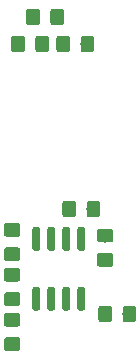
<source format=gbr>
G04 #@! TF.GenerationSoftware,KiCad,Pcbnew,(5.1.0)-1*
G04 #@! TF.CreationDate,2019-07-07T19:12:32+02:00*
G04 #@! TF.ProjectId,big_button_v1,6269675f-6275-4747-946f-6e5f76312e6b,rev?*
G04 #@! TF.SameCoordinates,Original*
G04 #@! TF.FileFunction,Paste,Bot*
G04 #@! TF.FilePolarity,Positive*
%FSLAX46Y46*%
G04 Gerber Fmt 4.6, Leading zero omitted, Abs format (unit mm)*
G04 Created by KiCad (PCBNEW (5.1.0)-1) date 2019-07-07 19:12:32*
%MOMM*%
%LPD*%
G04 APERTURE LIST*
%ADD10C,0.100000*%
%ADD11C,0.650000*%
%ADD12C,1.150000*%
G04 APERTURE END LIST*
D10*
G36*
X60122428Y-72165282D02*
G01*
X60138202Y-72167622D01*
X60153671Y-72171497D01*
X60168686Y-72176870D01*
X60183102Y-72183688D01*
X60196780Y-72191886D01*
X60209589Y-72201386D01*
X60221405Y-72212095D01*
X60232114Y-72223911D01*
X60241614Y-72236720D01*
X60249812Y-72250398D01*
X60256630Y-72264814D01*
X60262003Y-72279829D01*
X60265878Y-72295298D01*
X60268218Y-72311072D01*
X60269000Y-72327000D01*
X60269000Y-73977000D01*
X60268218Y-73992928D01*
X60265878Y-74008702D01*
X60262003Y-74024171D01*
X60256630Y-74039186D01*
X60249812Y-74053602D01*
X60241614Y-74067280D01*
X60232114Y-74080089D01*
X60221405Y-74091905D01*
X60209589Y-74102614D01*
X60196780Y-74112114D01*
X60183102Y-74120312D01*
X60168686Y-74127130D01*
X60153671Y-74132503D01*
X60138202Y-74136378D01*
X60122428Y-74138718D01*
X60106500Y-74139500D01*
X59781500Y-74139500D01*
X59765572Y-74138718D01*
X59749798Y-74136378D01*
X59734329Y-74132503D01*
X59719314Y-74127130D01*
X59704898Y-74120312D01*
X59691220Y-74112114D01*
X59678411Y-74102614D01*
X59666595Y-74091905D01*
X59655886Y-74080089D01*
X59646386Y-74067280D01*
X59638188Y-74053602D01*
X59631370Y-74039186D01*
X59625997Y-74024171D01*
X59622122Y-74008702D01*
X59619782Y-73992928D01*
X59619000Y-73977000D01*
X59619000Y-72327000D01*
X59619782Y-72311072D01*
X59622122Y-72295298D01*
X59625997Y-72279829D01*
X59631370Y-72264814D01*
X59638188Y-72250398D01*
X59646386Y-72236720D01*
X59655886Y-72223911D01*
X59666595Y-72212095D01*
X59678411Y-72201386D01*
X59691220Y-72191886D01*
X59704898Y-72183688D01*
X59719314Y-72176870D01*
X59734329Y-72171497D01*
X59749798Y-72167622D01*
X59765572Y-72165282D01*
X59781500Y-72164500D01*
X60106500Y-72164500D01*
X60122428Y-72165282D01*
X60122428Y-72165282D01*
G37*
D11*
X59944000Y-73152000D03*
D10*
G36*
X58852428Y-72165282D02*
G01*
X58868202Y-72167622D01*
X58883671Y-72171497D01*
X58898686Y-72176870D01*
X58913102Y-72183688D01*
X58926780Y-72191886D01*
X58939589Y-72201386D01*
X58951405Y-72212095D01*
X58962114Y-72223911D01*
X58971614Y-72236720D01*
X58979812Y-72250398D01*
X58986630Y-72264814D01*
X58992003Y-72279829D01*
X58995878Y-72295298D01*
X58998218Y-72311072D01*
X58999000Y-72327000D01*
X58999000Y-73977000D01*
X58998218Y-73992928D01*
X58995878Y-74008702D01*
X58992003Y-74024171D01*
X58986630Y-74039186D01*
X58979812Y-74053602D01*
X58971614Y-74067280D01*
X58962114Y-74080089D01*
X58951405Y-74091905D01*
X58939589Y-74102614D01*
X58926780Y-74112114D01*
X58913102Y-74120312D01*
X58898686Y-74127130D01*
X58883671Y-74132503D01*
X58868202Y-74136378D01*
X58852428Y-74138718D01*
X58836500Y-74139500D01*
X58511500Y-74139500D01*
X58495572Y-74138718D01*
X58479798Y-74136378D01*
X58464329Y-74132503D01*
X58449314Y-74127130D01*
X58434898Y-74120312D01*
X58421220Y-74112114D01*
X58408411Y-74102614D01*
X58396595Y-74091905D01*
X58385886Y-74080089D01*
X58376386Y-74067280D01*
X58368188Y-74053602D01*
X58361370Y-74039186D01*
X58355997Y-74024171D01*
X58352122Y-74008702D01*
X58349782Y-73992928D01*
X58349000Y-73977000D01*
X58349000Y-72327000D01*
X58349782Y-72311072D01*
X58352122Y-72295298D01*
X58355997Y-72279829D01*
X58361370Y-72264814D01*
X58368188Y-72250398D01*
X58376386Y-72236720D01*
X58385886Y-72223911D01*
X58396595Y-72212095D01*
X58408411Y-72201386D01*
X58421220Y-72191886D01*
X58434898Y-72183688D01*
X58449314Y-72176870D01*
X58464329Y-72171497D01*
X58479798Y-72167622D01*
X58495572Y-72165282D01*
X58511500Y-72164500D01*
X58836500Y-72164500D01*
X58852428Y-72165282D01*
X58852428Y-72165282D01*
G37*
D11*
X58674000Y-73152000D03*
D10*
G36*
X57582428Y-72165282D02*
G01*
X57598202Y-72167622D01*
X57613671Y-72171497D01*
X57628686Y-72176870D01*
X57643102Y-72183688D01*
X57656780Y-72191886D01*
X57669589Y-72201386D01*
X57681405Y-72212095D01*
X57692114Y-72223911D01*
X57701614Y-72236720D01*
X57709812Y-72250398D01*
X57716630Y-72264814D01*
X57722003Y-72279829D01*
X57725878Y-72295298D01*
X57728218Y-72311072D01*
X57729000Y-72327000D01*
X57729000Y-73977000D01*
X57728218Y-73992928D01*
X57725878Y-74008702D01*
X57722003Y-74024171D01*
X57716630Y-74039186D01*
X57709812Y-74053602D01*
X57701614Y-74067280D01*
X57692114Y-74080089D01*
X57681405Y-74091905D01*
X57669589Y-74102614D01*
X57656780Y-74112114D01*
X57643102Y-74120312D01*
X57628686Y-74127130D01*
X57613671Y-74132503D01*
X57598202Y-74136378D01*
X57582428Y-74138718D01*
X57566500Y-74139500D01*
X57241500Y-74139500D01*
X57225572Y-74138718D01*
X57209798Y-74136378D01*
X57194329Y-74132503D01*
X57179314Y-74127130D01*
X57164898Y-74120312D01*
X57151220Y-74112114D01*
X57138411Y-74102614D01*
X57126595Y-74091905D01*
X57115886Y-74080089D01*
X57106386Y-74067280D01*
X57098188Y-74053602D01*
X57091370Y-74039186D01*
X57085997Y-74024171D01*
X57082122Y-74008702D01*
X57079782Y-73992928D01*
X57079000Y-73977000D01*
X57079000Y-72327000D01*
X57079782Y-72311072D01*
X57082122Y-72295298D01*
X57085997Y-72279829D01*
X57091370Y-72264814D01*
X57098188Y-72250398D01*
X57106386Y-72236720D01*
X57115886Y-72223911D01*
X57126595Y-72212095D01*
X57138411Y-72201386D01*
X57151220Y-72191886D01*
X57164898Y-72183688D01*
X57179314Y-72176870D01*
X57194329Y-72171497D01*
X57209798Y-72167622D01*
X57225572Y-72165282D01*
X57241500Y-72164500D01*
X57566500Y-72164500D01*
X57582428Y-72165282D01*
X57582428Y-72165282D01*
G37*
D11*
X57404000Y-73152000D03*
D10*
G36*
X56312428Y-72165282D02*
G01*
X56328202Y-72167622D01*
X56343671Y-72171497D01*
X56358686Y-72176870D01*
X56373102Y-72183688D01*
X56386780Y-72191886D01*
X56399589Y-72201386D01*
X56411405Y-72212095D01*
X56422114Y-72223911D01*
X56431614Y-72236720D01*
X56439812Y-72250398D01*
X56446630Y-72264814D01*
X56452003Y-72279829D01*
X56455878Y-72295298D01*
X56458218Y-72311072D01*
X56459000Y-72327000D01*
X56459000Y-73977000D01*
X56458218Y-73992928D01*
X56455878Y-74008702D01*
X56452003Y-74024171D01*
X56446630Y-74039186D01*
X56439812Y-74053602D01*
X56431614Y-74067280D01*
X56422114Y-74080089D01*
X56411405Y-74091905D01*
X56399589Y-74102614D01*
X56386780Y-74112114D01*
X56373102Y-74120312D01*
X56358686Y-74127130D01*
X56343671Y-74132503D01*
X56328202Y-74136378D01*
X56312428Y-74138718D01*
X56296500Y-74139500D01*
X55971500Y-74139500D01*
X55955572Y-74138718D01*
X55939798Y-74136378D01*
X55924329Y-74132503D01*
X55909314Y-74127130D01*
X55894898Y-74120312D01*
X55881220Y-74112114D01*
X55868411Y-74102614D01*
X55856595Y-74091905D01*
X55845886Y-74080089D01*
X55836386Y-74067280D01*
X55828188Y-74053602D01*
X55821370Y-74039186D01*
X55815997Y-74024171D01*
X55812122Y-74008702D01*
X55809782Y-73992928D01*
X55809000Y-73977000D01*
X55809000Y-72327000D01*
X55809782Y-72311072D01*
X55812122Y-72295298D01*
X55815997Y-72279829D01*
X55821370Y-72264814D01*
X55828188Y-72250398D01*
X55836386Y-72236720D01*
X55845886Y-72223911D01*
X55856595Y-72212095D01*
X55868411Y-72201386D01*
X55881220Y-72191886D01*
X55894898Y-72183688D01*
X55909314Y-72176870D01*
X55924329Y-72171497D01*
X55939798Y-72167622D01*
X55955572Y-72165282D01*
X55971500Y-72164500D01*
X56296500Y-72164500D01*
X56312428Y-72165282D01*
X56312428Y-72165282D01*
G37*
D11*
X56134000Y-73152000D03*
D10*
G36*
X56312428Y-77240282D02*
G01*
X56328202Y-77242622D01*
X56343671Y-77246497D01*
X56358686Y-77251870D01*
X56373102Y-77258688D01*
X56386780Y-77266886D01*
X56399589Y-77276386D01*
X56411405Y-77287095D01*
X56422114Y-77298911D01*
X56431614Y-77311720D01*
X56439812Y-77325398D01*
X56446630Y-77339814D01*
X56452003Y-77354829D01*
X56455878Y-77370298D01*
X56458218Y-77386072D01*
X56459000Y-77402000D01*
X56459000Y-79052000D01*
X56458218Y-79067928D01*
X56455878Y-79083702D01*
X56452003Y-79099171D01*
X56446630Y-79114186D01*
X56439812Y-79128602D01*
X56431614Y-79142280D01*
X56422114Y-79155089D01*
X56411405Y-79166905D01*
X56399589Y-79177614D01*
X56386780Y-79187114D01*
X56373102Y-79195312D01*
X56358686Y-79202130D01*
X56343671Y-79207503D01*
X56328202Y-79211378D01*
X56312428Y-79213718D01*
X56296500Y-79214500D01*
X55971500Y-79214500D01*
X55955572Y-79213718D01*
X55939798Y-79211378D01*
X55924329Y-79207503D01*
X55909314Y-79202130D01*
X55894898Y-79195312D01*
X55881220Y-79187114D01*
X55868411Y-79177614D01*
X55856595Y-79166905D01*
X55845886Y-79155089D01*
X55836386Y-79142280D01*
X55828188Y-79128602D01*
X55821370Y-79114186D01*
X55815997Y-79099171D01*
X55812122Y-79083702D01*
X55809782Y-79067928D01*
X55809000Y-79052000D01*
X55809000Y-77402000D01*
X55809782Y-77386072D01*
X55812122Y-77370298D01*
X55815997Y-77354829D01*
X55821370Y-77339814D01*
X55828188Y-77325398D01*
X55836386Y-77311720D01*
X55845886Y-77298911D01*
X55856595Y-77287095D01*
X55868411Y-77276386D01*
X55881220Y-77266886D01*
X55894898Y-77258688D01*
X55909314Y-77251870D01*
X55924329Y-77246497D01*
X55939798Y-77242622D01*
X55955572Y-77240282D01*
X55971500Y-77239500D01*
X56296500Y-77239500D01*
X56312428Y-77240282D01*
X56312428Y-77240282D01*
G37*
D11*
X56134000Y-78227000D03*
D10*
G36*
X57582428Y-77240282D02*
G01*
X57598202Y-77242622D01*
X57613671Y-77246497D01*
X57628686Y-77251870D01*
X57643102Y-77258688D01*
X57656780Y-77266886D01*
X57669589Y-77276386D01*
X57681405Y-77287095D01*
X57692114Y-77298911D01*
X57701614Y-77311720D01*
X57709812Y-77325398D01*
X57716630Y-77339814D01*
X57722003Y-77354829D01*
X57725878Y-77370298D01*
X57728218Y-77386072D01*
X57729000Y-77402000D01*
X57729000Y-79052000D01*
X57728218Y-79067928D01*
X57725878Y-79083702D01*
X57722003Y-79099171D01*
X57716630Y-79114186D01*
X57709812Y-79128602D01*
X57701614Y-79142280D01*
X57692114Y-79155089D01*
X57681405Y-79166905D01*
X57669589Y-79177614D01*
X57656780Y-79187114D01*
X57643102Y-79195312D01*
X57628686Y-79202130D01*
X57613671Y-79207503D01*
X57598202Y-79211378D01*
X57582428Y-79213718D01*
X57566500Y-79214500D01*
X57241500Y-79214500D01*
X57225572Y-79213718D01*
X57209798Y-79211378D01*
X57194329Y-79207503D01*
X57179314Y-79202130D01*
X57164898Y-79195312D01*
X57151220Y-79187114D01*
X57138411Y-79177614D01*
X57126595Y-79166905D01*
X57115886Y-79155089D01*
X57106386Y-79142280D01*
X57098188Y-79128602D01*
X57091370Y-79114186D01*
X57085997Y-79099171D01*
X57082122Y-79083702D01*
X57079782Y-79067928D01*
X57079000Y-79052000D01*
X57079000Y-77402000D01*
X57079782Y-77386072D01*
X57082122Y-77370298D01*
X57085997Y-77354829D01*
X57091370Y-77339814D01*
X57098188Y-77325398D01*
X57106386Y-77311720D01*
X57115886Y-77298911D01*
X57126595Y-77287095D01*
X57138411Y-77276386D01*
X57151220Y-77266886D01*
X57164898Y-77258688D01*
X57179314Y-77251870D01*
X57194329Y-77246497D01*
X57209798Y-77242622D01*
X57225572Y-77240282D01*
X57241500Y-77239500D01*
X57566500Y-77239500D01*
X57582428Y-77240282D01*
X57582428Y-77240282D01*
G37*
D11*
X57404000Y-78227000D03*
D10*
G36*
X58852428Y-77240282D02*
G01*
X58868202Y-77242622D01*
X58883671Y-77246497D01*
X58898686Y-77251870D01*
X58913102Y-77258688D01*
X58926780Y-77266886D01*
X58939589Y-77276386D01*
X58951405Y-77287095D01*
X58962114Y-77298911D01*
X58971614Y-77311720D01*
X58979812Y-77325398D01*
X58986630Y-77339814D01*
X58992003Y-77354829D01*
X58995878Y-77370298D01*
X58998218Y-77386072D01*
X58999000Y-77402000D01*
X58999000Y-79052000D01*
X58998218Y-79067928D01*
X58995878Y-79083702D01*
X58992003Y-79099171D01*
X58986630Y-79114186D01*
X58979812Y-79128602D01*
X58971614Y-79142280D01*
X58962114Y-79155089D01*
X58951405Y-79166905D01*
X58939589Y-79177614D01*
X58926780Y-79187114D01*
X58913102Y-79195312D01*
X58898686Y-79202130D01*
X58883671Y-79207503D01*
X58868202Y-79211378D01*
X58852428Y-79213718D01*
X58836500Y-79214500D01*
X58511500Y-79214500D01*
X58495572Y-79213718D01*
X58479798Y-79211378D01*
X58464329Y-79207503D01*
X58449314Y-79202130D01*
X58434898Y-79195312D01*
X58421220Y-79187114D01*
X58408411Y-79177614D01*
X58396595Y-79166905D01*
X58385886Y-79155089D01*
X58376386Y-79142280D01*
X58368188Y-79128602D01*
X58361370Y-79114186D01*
X58355997Y-79099171D01*
X58352122Y-79083702D01*
X58349782Y-79067928D01*
X58349000Y-79052000D01*
X58349000Y-77402000D01*
X58349782Y-77386072D01*
X58352122Y-77370298D01*
X58355997Y-77354829D01*
X58361370Y-77339814D01*
X58368188Y-77325398D01*
X58376386Y-77311720D01*
X58385886Y-77298911D01*
X58396595Y-77287095D01*
X58408411Y-77276386D01*
X58421220Y-77266886D01*
X58434898Y-77258688D01*
X58449314Y-77251870D01*
X58464329Y-77246497D01*
X58479798Y-77242622D01*
X58495572Y-77240282D01*
X58511500Y-77239500D01*
X58836500Y-77239500D01*
X58852428Y-77240282D01*
X58852428Y-77240282D01*
G37*
D11*
X58674000Y-78227000D03*
D10*
G36*
X60122428Y-77240282D02*
G01*
X60138202Y-77242622D01*
X60153671Y-77246497D01*
X60168686Y-77251870D01*
X60183102Y-77258688D01*
X60196780Y-77266886D01*
X60209589Y-77276386D01*
X60221405Y-77287095D01*
X60232114Y-77298911D01*
X60241614Y-77311720D01*
X60249812Y-77325398D01*
X60256630Y-77339814D01*
X60262003Y-77354829D01*
X60265878Y-77370298D01*
X60268218Y-77386072D01*
X60269000Y-77402000D01*
X60269000Y-79052000D01*
X60268218Y-79067928D01*
X60265878Y-79083702D01*
X60262003Y-79099171D01*
X60256630Y-79114186D01*
X60249812Y-79128602D01*
X60241614Y-79142280D01*
X60232114Y-79155089D01*
X60221405Y-79166905D01*
X60209589Y-79177614D01*
X60196780Y-79187114D01*
X60183102Y-79195312D01*
X60168686Y-79202130D01*
X60153671Y-79207503D01*
X60138202Y-79211378D01*
X60122428Y-79213718D01*
X60106500Y-79214500D01*
X59781500Y-79214500D01*
X59765572Y-79213718D01*
X59749798Y-79211378D01*
X59734329Y-79207503D01*
X59719314Y-79202130D01*
X59704898Y-79195312D01*
X59691220Y-79187114D01*
X59678411Y-79177614D01*
X59666595Y-79166905D01*
X59655886Y-79155089D01*
X59646386Y-79142280D01*
X59638188Y-79128602D01*
X59631370Y-79114186D01*
X59625997Y-79099171D01*
X59622122Y-79083702D01*
X59619782Y-79067928D01*
X59619000Y-79052000D01*
X59619000Y-77402000D01*
X59619782Y-77386072D01*
X59622122Y-77370298D01*
X59625997Y-77354829D01*
X59631370Y-77339814D01*
X59638188Y-77325398D01*
X59646386Y-77311720D01*
X59655886Y-77298911D01*
X59666595Y-77287095D01*
X59678411Y-77276386D01*
X59691220Y-77266886D01*
X59704898Y-77258688D01*
X59719314Y-77251870D01*
X59734329Y-77246497D01*
X59749798Y-77242622D01*
X59765572Y-77240282D01*
X59781500Y-77239500D01*
X60106500Y-77239500D01*
X60122428Y-77240282D01*
X60122428Y-77240282D01*
G37*
D11*
X59944000Y-78227000D03*
D10*
G36*
X59268505Y-69913204D02*
G01*
X59292773Y-69916804D01*
X59316572Y-69922765D01*
X59339671Y-69931030D01*
X59361850Y-69941520D01*
X59382893Y-69954132D01*
X59402599Y-69968747D01*
X59420777Y-69985223D01*
X59437253Y-70003401D01*
X59451868Y-70023107D01*
X59464480Y-70044150D01*
X59474970Y-70066329D01*
X59483235Y-70089428D01*
X59489196Y-70113227D01*
X59492796Y-70137495D01*
X59494000Y-70161999D01*
X59494000Y-71062001D01*
X59492796Y-71086505D01*
X59489196Y-71110773D01*
X59483235Y-71134572D01*
X59474970Y-71157671D01*
X59464480Y-71179850D01*
X59451868Y-71200893D01*
X59437253Y-71220599D01*
X59420777Y-71238777D01*
X59402599Y-71255253D01*
X59382893Y-71269868D01*
X59361850Y-71282480D01*
X59339671Y-71292970D01*
X59316572Y-71301235D01*
X59292773Y-71307196D01*
X59268505Y-71310796D01*
X59244001Y-71312000D01*
X58593999Y-71312000D01*
X58569495Y-71310796D01*
X58545227Y-71307196D01*
X58521428Y-71301235D01*
X58498329Y-71292970D01*
X58476150Y-71282480D01*
X58455107Y-71269868D01*
X58435401Y-71255253D01*
X58417223Y-71238777D01*
X58400747Y-71220599D01*
X58386132Y-71200893D01*
X58373520Y-71179850D01*
X58363030Y-71157671D01*
X58354765Y-71134572D01*
X58348804Y-71110773D01*
X58345204Y-71086505D01*
X58344000Y-71062001D01*
X58344000Y-70161999D01*
X58345204Y-70137495D01*
X58348804Y-70113227D01*
X58354765Y-70089428D01*
X58363030Y-70066329D01*
X58373520Y-70044150D01*
X58386132Y-70023107D01*
X58400747Y-70003401D01*
X58417223Y-69985223D01*
X58435401Y-69968747D01*
X58455107Y-69954132D01*
X58476150Y-69941520D01*
X58498329Y-69931030D01*
X58521428Y-69922765D01*
X58545227Y-69916804D01*
X58569495Y-69913204D01*
X58593999Y-69912000D01*
X59244001Y-69912000D01*
X59268505Y-69913204D01*
X59268505Y-69913204D01*
G37*
D12*
X58919000Y-70612000D03*
D10*
G36*
X61318505Y-69913204D02*
G01*
X61342773Y-69916804D01*
X61366572Y-69922765D01*
X61389671Y-69931030D01*
X61411850Y-69941520D01*
X61432893Y-69954132D01*
X61452599Y-69968747D01*
X61470777Y-69985223D01*
X61487253Y-70003401D01*
X61501868Y-70023107D01*
X61514480Y-70044150D01*
X61524970Y-70066329D01*
X61533235Y-70089428D01*
X61539196Y-70113227D01*
X61542796Y-70137495D01*
X61544000Y-70161999D01*
X61544000Y-71062001D01*
X61542796Y-71086505D01*
X61539196Y-71110773D01*
X61533235Y-71134572D01*
X61524970Y-71157671D01*
X61514480Y-71179850D01*
X61501868Y-71200893D01*
X61487253Y-71220599D01*
X61470777Y-71238777D01*
X61452599Y-71255253D01*
X61432893Y-71269868D01*
X61411850Y-71282480D01*
X61389671Y-71292970D01*
X61366572Y-71301235D01*
X61342773Y-71307196D01*
X61318505Y-71310796D01*
X61294001Y-71312000D01*
X60643999Y-71312000D01*
X60619495Y-71310796D01*
X60595227Y-71307196D01*
X60571428Y-71301235D01*
X60548329Y-71292970D01*
X60526150Y-71282480D01*
X60505107Y-71269868D01*
X60485401Y-71255253D01*
X60467223Y-71238777D01*
X60450747Y-71220599D01*
X60436132Y-71200893D01*
X60423520Y-71179850D01*
X60413030Y-71157671D01*
X60404765Y-71134572D01*
X60398804Y-71110773D01*
X60395204Y-71086505D01*
X60394000Y-71062001D01*
X60394000Y-70161999D01*
X60395204Y-70137495D01*
X60398804Y-70113227D01*
X60404765Y-70089428D01*
X60413030Y-70066329D01*
X60423520Y-70044150D01*
X60436132Y-70023107D01*
X60450747Y-70003401D01*
X60467223Y-69985223D01*
X60485401Y-69968747D01*
X60505107Y-69954132D01*
X60526150Y-69941520D01*
X60548329Y-69931030D01*
X60571428Y-69922765D01*
X60595227Y-69916804D01*
X60619495Y-69913204D01*
X60643999Y-69912000D01*
X61294001Y-69912000D01*
X61318505Y-69913204D01*
X61318505Y-69913204D01*
G37*
D12*
X60969000Y-70612000D03*
D10*
G36*
X62325505Y-78803204D02*
G01*
X62349773Y-78806804D01*
X62373572Y-78812765D01*
X62396671Y-78821030D01*
X62418850Y-78831520D01*
X62439893Y-78844132D01*
X62459599Y-78858747D01*
X62477777Y-78875223D01*
X62494253Y-78893401D01*
X62508868Y-78913107D01*
X62521480Y-78934150D01*
X62531970Y-78956329D01*
X62540235Y-78979428D01*
X62546196Y-79003227D01*
X62549796Y-79027495D01*
X62551000Y-79051999D01*
X62551000Y-79952001D01*
X62549796Y-79976505D01*
X62546196Y-80000773D01*
X62540235Y-80024572D01*
X62531970Y-80047671D01*
X62521480Y-80069850D01*
X62508868Y-80090893D01*
X62494253Y-80110599D01*
X62477777Y-80128777D01*
X62459599Y-80145253D01*
X62439893Y-80159868D01*
X62418850Y-80172480D01*
X62396671Y-80182970D01*
X62373572Y-80191235D01*
X62349773Y-80197196D01*
X62325505Y-80200796D01*
X62301001Y-80202000D01*
X61650999Y-80202000D01*
X61626495Y-80200796D01*
X61602227Y-80197196D01*
X61578428Y-80191235D01*
X61555329Y-80182970D01*
X61533150Y-80172480D01*
X61512107Y-80159868D01*
X61492401Y-80145253D01*
X61474223Y-80128777D01*
X61457747Y-80110599D01*
X61443132Y-80090893D01*
X61430520Y-80069850D01*
X61420030Y-80047671D01*
X61411765Y-80024572D01*
X61405804Y-80000773D01*
X61402204Y-79976505D01*
X61401000Y-79952001D01*
X61401000Y-79051999D01*
X61402204Y-79027495D01*
X61405804Y-79003227D01*
X61411765Y-78979428D01*
X61420030Y-78956329D01*
X61430520Y-78934150D01*
X61443132Y-78913107D01*
X61457747Y-78893401D01*
X61474223Y-78875223D01*
X61492401Y-78858747D01*
X61512107Y-78844132D01*
X61533150Y-78831520D01*
X61555329Y-78821030D01*
X61578428Y-78812765D01*
X61602227Y-78806804D01*
X61626495Y-78803204D01*
X61650999Y-78802000D01*
X62301001Y-78802000D01*
X62325505Y-78803204D01*
X62325505Y-78803204D01*
G37*
D12*
X61976000Y-79502000D03*
D10*
G36*
X64375505Y-78803204D02*
G01*
X64399773Y-78806804D01*
X64423572Y-78812765D01*
X64446671Y-78821030D01*
X64468850Y-78831520D01*
X64489893Y-78844132D01*
X64509599Y-78858747D01*
X64527777Y-78875223D01*
X64544253Y-78893401D01*
X64558868Y-78913107D01*
X64571480Y-78934150D01*
X64581970Y-78956329D01*
X64590235Y-78979428D01*
X64596196Y-79003227D01*
X64599796Y-79027495D01*
X64601000Y-79051999D01*
X64601000Y-79952001D01*
X64599796Y-79976505D01*
X64596196Y-80000773D01*
X64590235Y-80024572D01*
X64581970Y-80047671D01*
X64571480Y-80069850D01*
X64558868Y-80090893D01*
X64544253Y-80110599D01*
X64527777Y-80128777D01*
X64509599Y-80145253D01*
X64489893Y-80159868D01*
X64468850Y-80172480D01*
X64446671Y-80182970D01*
X64423572Y-80191235D01*
X64399773Y-80197196D01*
X64375505Y-80200796D01*
X64351001Y-80202000D01*
X63700999Y-80202000D01*
X63676495Y-80200796D01*
X63652227Y-80197196D01*
X63628428Y-80191235D01*
X63605329Y-80182970D01*
X63583150Y-80172480D01*
X63562107Y-80159868D01*
X63542401Y-80145253D01*
X63524223Y-80128777D01*
X63507747Y-80110599D01*
X63493132Y-80090893D01*
X63480520Y-80069850D01*
X63470030Y-80047671D01*
X63461765Y-80024572D01*
X63455804Y-80000773D01*
X63452204Y-79976505D01*
X63451000Y-79952001D01*
X63451000Y-79051999D01*
X63452204Y-79027495D01*
X63455804Y-79003227D01*
X63461765Y-78979428D01*
X63470030Y-78956329D01*
X63480520Y-78934150D01*
X63493132Y-78913107D01*
X63507747Y-78893401D01*
X63524223Y-78875223D01*
X63542401Y-78858747D01*
X63562107Y-78844132D01*
X63583150Y-78831520D01*
X63605329Y-78821030D01*
X63628428Y-78812765D01*
X63652227Y-78806804D01*
X63676495Y-78803204D01*
X63700999Y-78802000D01*
X64351001Y-78802000D01*
X64375505Y-78803204D01*
X64375505Y-78803204D01*
G37*
D12*
X64026000Y-79502000D03*
D10*
G36*
X54576505Y-71816204D02*
G01*
X54600773Y-71819804D01*
X54624572Y-71825765D01*
X54647671Y-71834030D01*
X54669850Y-71844520D01*
X54690893Y-71857132D01*
X54710599Y-71871747D01*
X54728777Y-71888223D01*
X54745253Y-71906401D01*
X54759868Y-71926107D01*
X54772480Y-71947150D01*
X54782970Y-71969329D01*
X54791235Y-71992428D01*
X54797196Y-72016227D01*
X54800796Y-72040495D01*
X54802000Y-72064999D01*
X54802000Y-72715001D01*
X54800796Y-72739505D01*
X54797196Y-72763773D01*
X54791235Y-72787572D01*
X54782970Y-72810671D01*
X54772480Y-72832850D01*
X54759868Y-72853893D01*
X54745253Y-72873599D01*
X54728777Y-72891777D01*
X54710599Y-72908253D01*
X54690893Y-72922868D01*
X54669850Y-72935480D01*
X54647671Y-72945970D01*
X54624572Y-72954235D01*
X54600773Y-72960196D01*
X54576505Y-72963796D01*
X54552001Y-72965000D01*
X53651999Y-72965000D01*
X53627495Y-72963796D01*
X53603227Y-72960196D01*
X53579428Y-72954235D01*
X53556329Y-72945970D01*
X53534150Y-72935480D01*
X53513107Y-72922868D01*
X53493401Y-72908253D01*
X53475223Y-72891777D01*
X53458747Y-72873599D01*
X53444132Y-72853893D01*
X53431520Y-72832850D01*
X53421030Y-72810671D01*
X53412765Y-72787572D01*
X53406804Y-72763773D01*
X53403204Y-72739505D01*
X53402000Y-72715001D01*
X53402000Y-72064999D01*
X53403204Y-72040495D01*
X53406804Y-72016227D01*
X53412765Y-71992428D01*
X53421030Y-71969329D01*
X53431520Y-71947150D01*
X53444132Y-71926107D01*
X53458747Y-71906401D01*
X53475223Y-71888223D01*
X53493401Y-71871747D01*
X53513107Y-71857132D01*
X53534150Y-71844520D01*
X53556329Y-71834030D01*
X53579428Y-71825765D01*
X53603227Y-71819804D01*
X53627495Y-71816204D01*
X53651999Y-71815000D01*
X54552001Y-71815000D01*
X54576505Y-71816204D01*
X54576505Y-71816204D01*
G37*
D12*
X54102000Y-72390000D03*
D10*
G36*
X54576505Y-73866204D02*
G01*
X54600773Y-73869804D01*
X54624572Y-73875765D01*
X54647671Y-73884030D01*
X54669850Y-73894520D01*
X54690893Y-73907132D01*
X54710599Y-73921747D01*
X54728777Y-73938223D01*
X54745253Y-73956401D01*
X54759868Y-73976107D01*
X54772480Y-73997150D01*
X54782970Y-74019329D01*
X54791235Y-74042428D01*
X54797196Y-74066227D01*
X54800796Y-74090495D01*
X54802000Y-74114999D01*
X54802000Y-74765001D01*
X54800796Y-74789505D01*
X54797196Y-74813773D01*
X54791235Y-74837572D01*
X54782970Y-74860671D01*
X54772480Y-74882850D01*
X54759868Y-74903893D01*
X54745253Y-74923599D01*
X54728777Y-74941777D01*
X54710599Y-74958253D01*
X54690893Y-74972868D01*
X54669850Y-74985480D01*
X54647671Y-74995970D01*
X54624572Y-75004235D01*
X54600773Y-75010196D01*
X54576505Y-75013796D01*
X54552001Y-75015000D01*
X53651999Y-75015000D01*
X53627495Y-75013796D01*
X53603227Y-75010196D01*
X53579428Y-75004235D01*
X53556329Y-74995970D01*
X53534150Y-74985480D01*
X53513107Y-74972868D01*
X53493401Y-74958253D01*
X53475223Y-74941777D01*
X53458747Y-74923599D01*
X53444132Y-74903893D01*
X53431520Y-74882850D01*
X53421030Y-74860671D01*
X53412765Y-74837572D01*
X53406804Y-74813773D01*
X53403204Y-74789505D01*
X53402000Y-74765001D01*
X53402000Y-74114999D01*
X53403204Y-74090495D01*
X53406804Y-74066227D01*
X53412765Y-74042428D01*
X53421030Y-74019329D01*
X53431520Y-73997150D01*
X53444132Y-73976107D01*
X53458747Y-73956401D01*
X53475223Y-73938223D01*
X53493401Y-73921747D01*
X53513107Y-73907132D01*
X53534150Y-73894520D01*
X53556329Y-73884030D01*
X53579428Y-73875765D01*
X53603227Y-73869804D01*
X53627495Y-73866204D01*
X53651999Y-73865000D01*
X54552001Y-73865000D01*
X54576505Y-73866204D01*
X54576505Y-73866204D01*
G37*
D12*
X54102000Y-74440000D03*
D10*
G36*
X54576505Y-75617204D02*
G01*
X54600773Y-75620804D01*
X54624572Y-75626765D01*
X54647671Y-75635030D01*
X54669850Y-75645520D01*
X54690893Y-75658132D01*
X54710599Y-75672747D01*
X54728777Y-75689223D01*
X54745253Y-75707401D01*
X54759868Y-75727107D01*
X54772480Y-75748150D01*
X54782970Y-75770329D01*
X54791235Y-75793428D01*
X54797196Y-75817227D01*
X54800796Y-75841495D01*
X54802000Y-75865999D01*
X54802000Y-76516001D01*
X54800796Y-76540505D01*
X54797196Y-76564773D01*
X54791235Y-76588572D01*
X54782970Y-76611671D01*
X54772480Y-76633850D01*
X54759868Y-76654893D01*
X54745253Y-76674599D01*
X54728777Y-76692777D01*
X54710599Y-76709253D01*
X54690893Y-76723868D01*
X54669850Y-76736480D01*
X54647671Y-76746970D01*
X54624572Y-76755235D01*
X54600773Y-76761196D01*
X54576505Y-76764796D01*
X54552001Y-76766000D01*
X53651999Y-76766000D01*
X53627495Y-76764796D01*
X53603227Y-76761196D01*
X53579428Y-76755235D01*
X53556329Y-76746970D01*
X53534150Y-76736480D01*
X53513107Y-76723868D01*
X53493401Y-76709253D01*
X53475223Y-76692777D01*
X53458747Y-76674599D01*
X53444132Y-76654893D01*
X53431520Y-76633850D01*
X53421030Y-76611671D01*
X53412765Y-76588572D01*
X53406804Y-76564773D01*
X53403204Y-76540505D01*
X53402000Y-76516001D01*
X53402000Y-75865999D01*
X53403204Y-75841495D01*
X53406804Y-75817227D01*
X53412765Y-75793428D01*
X53421030Y-75770329D01*
X53431520Y-75748150D01*
X53444132Y-75727107D01*
X53458747Y-75707401D01*
X53475223Y-75689223D01*
X53493401Y-75672747D01*
X53513107Y-75658132D01*
X53534150Y-75645520D01*
X53556329Y-75635030D01*
X53579428Y-75626765D01*
X53603227Y-75620804D01*
X53627495Y-75617204D01*
X53651999Y-75616000D01*
X54552001Y-75616000D01*
X54576505Y-75617204D01*
X54576505Y-75617204D01*
G37*
D12*
X54102000Y-76191000D03*
D10*
G36*
X54576505Y-77667204D02*
G01*
X54600773Y-77670804D01*
X54624572Y-77676765D01*
X54647671Y-77685030D01*
X54669850Y-77695520D01*
X54690893Y-77708132D01*
X54710599Y-77722747D01*
X54728777Y-77739223D01*
X54745253Y-77757401D01*
X54759868Y-77777107D01*
X54772480Y-77798150D01*
X54782970Y-77820329D01*
X54791235Y-77843428D01*
X54797196Y-77867227D01*
X54800796Y-77891495D01*
X54802000Y-77915999D01*
X54802000Y-78566001D01*
X54800796Y-78590505D01*
X54797196Y-78614773D01*
X54791235Y-78638572D01*
X54782970Y-78661671D01*
X54772480Y-78683850D01*
X54759868Y-78704893D01*
X54745253Y-78724599D01*
X54728777Y-78742777D01*
X54710599Y-78759253D01*
X54690893Y-78773868D01*
X54669850Y-78786480D01*
X54647671Y-78796970D01*
X54624572Y-78805235D01*
X54600773Y-78811196D01*
X54576505Y-78814796D01*
X54552001Y-78816000D01*
X53651999Y-78816000D01*
X53627495Y-78814796D01*
X53603227Y-78811196D01*
X53579428Y-78805235D01*
X53556329Y-78796970D01*
X53534150Y-78786480D01*
X53513107Y-78773868D01*
X53493401Y-78759253D01*
X53475223Y-78742777D01*
X53458747Y-78724599D01*
X53444132Y-78704893D01*
X53431520Y-78683850D01*
X53421030Y-78661671D01*
X53412765Y-78638572D01*
X53406804Y-78614773D01*
X53403204Y-78590505D01*
X53402000Y-78566001D01*
X53402000Y-77915999D01*
X53403204Y-77891495D01*
X53406804Y-77867227D01*
X53412765Y-77843428D01*
X53421030Y-77820329D01*
X53431520Y-77798150D01*
X53444132Y-77777107D01*
X53458747Y-77757401D01*
X53475223Y-77739223D01*
X53493401Y-77722747D01*
X53513107Y-77708132D01*
X53534150Y-77695520D01*
X53556329Y-77685030D01*
X53579428Y-77676765D01*
X53603227Y-77670804D01*
X53627495Y-77667204D01*
X53651999Y-77666000D01*
X54552001Y-77666000D01*
X54576505Y-77667204D01*
X54576505Y-77667204D01*
G37*
D12*
X54102000Y-78241000D03*
D10*
G36*
X54576505Y-79427204D02*
G01*
X54600773Y-79430804D01*
X54624572Y-79436765D01*
X54647671Y-79445030D01*
X54669850Y-79455520D01*
X54690893Y-79468132D01*
X54710599Y-79482747D01*
X54728777Y-79499223D01*
X54745253Y-79517401D01*
X54759868Y-79537107D01*
X54772480Y-79558150D01*
X54782970Y-79580329D01*
X54791235Y-79603428D01*
X54797196Y-79627227D01*
X54800796Y-79651495D01*
X54802000Y-79675999D01*
X54802000Y-80326001D01*
X54800796Y-80350505D01*
X54797196Y-80374773D01*
X54791235Y-80398572D01*
X54782970Y-80421671D01*
X54772480Y-80443850D01*
X54759868Y-80464893D01*
X54745253Y-80484599D01*
X54728777Y-80502777D01*
X54710599Y-80519253D01*
X54690893Y-80533868D01*
X54669850Y-80546480D01*
X54647671Y-80556970D01*
X54624572Y-80565235D01*
X54600773Y-80571196D01*
X54576505Y-80574796D01*
X54552001Y-80576000D01*
X53651999Y-80576000D01*
X53627495Y-80574796D01*
X53603227Y-80571196D01*
X53579428Y-80565235D01*
X53556329Y-80556970D01*
X53534150Y-80546480D01*
X53513107Y-80533868D01*
X53493401Y-80519253D01*
X53475223Y-80502777D01*
X53458747Y-80484599D01*
X53444132Y-80464893D01*
X53431520Y-80443850D01*
X53421030Y-80421671D01*
X53412765Y-80398572D01*
X53406804Y-80374773D01*
X53403204Y-80350505D01*
X53402000Y-80326001D01*
X53402000Y-79675999D01*
X53403204Y-79651495D01*
X53406804Y-79627227D01*
X53412765Y-79603428D01*
X53421030Y-79580329D01*
X53431520Y-79558150D01*
X53444132Y-79537107D01*
X53458747Y-79517401D01*
X53475223Y-79499223D01*
X53493401Y-79482747D01*
X53513107Y-79468132D01*
X53534150Y-79455520D01*
X53556329Y-79445030D01*
X53579428Y-79436765D01*
X53603227Y-79430804D01*
X53627495Y-79427204D01*
X53651999Y-79426000D01*
X54552001Y-79426000D01*
X54576505Y-79427204D01*
X54576505Y-79427204D01*
G37*
D12*
X54102000Y-80001000D03*
D10*
G36*
X54576505Y-81477204D02*
G01*
X54600773Y-81480804D01*
X54624572Y-81486765D01*
X54647671Y-81495030D01*
X54669850Y-81505520D01*
X54690893Y-81518132D01*
X54710599Y-81532747D01*
X54728777Y-81549223D01*
X54745253Y-81567401D01*
X54759868Y-81587107D01*
X54772480Y-81608150D01*
X54782970Y-81630329D01*
X54791235Y-81653428D01*
X54797196Y-81677227D01*
X54800796Y-81701495D01*
X54802000Y-81725999D01*
X54802000Y-82376001D01*
X54800796Y-82400505D01*
X54797196Y-82424773D01*
X54791235Y-82448572D01*
X54782970Y-82471671D01*
X54772480Y-82493850D01*
X54759868Y-82514893D01*
X54745253Y-82534599D01*
X54728777Y-82552777D01*
X54710599Y-82569253D01*
X54690893Y-82583868D01*
X54669850Y-82596480D01*
X54647671Y-82606970D01*
X54624572Y-82615235D01*
X54600773Y-82621196D01*
X54576505Y-82624796D01*
X54552001Y-82626000D01*
X53651999Y-82626000D01*
X53627495Y-82624796D01*
X53603227Y-82621196D01*
X53579428Y-82615235D01*
X53556329Y-82606970D01*
X53534150Y-82596480D01*
X53513107Y-82583868D01*
X53493401Y-82569253D01*
X53475223Y-82552777D01*
X53458747Y-82534599D01*
X53444132Y-82514893D01*
X53431520Y-82493850D01*
X53421030Y-82471671D01*
X53412765Y-82448572D01*
X53406804Y-82424773D01*
X53403204Y-82400505D01*
X53402000Y-82376001D01*
X53402000Y-81725999D01*
X53403204Y-81701495D01*
X53406804Y-81677227D01*
X53412765Y-81653428D01*
X53421030Y-81630329D01*
X53431520Y-81608150D01*
X53444132Y-81587107D01*
X53458747Y-81567401D01*
X53475223Y-81549223D01*
X53493401Y-81532747D01*
X53513107Y-81518132D01*
X53534150Y-81505520D01*
X53556329Y-81495030D01*
X53579428Y-81486765D01*
X53603227Y-81480804D01*
X53627495Y-81477204D01*
X53651999Y-81476000D01*
X54552001Y-81476000D01*
X54576505Y-81477204D01*
X54576505Y-81477204D01*
G37*
D12*
X54102000Y-82051000D03*
D10*
G36*
X54941505Y-55943204D02*
G01*
X54965773Y-55946804D01*
X54989572Y-55952765D01*
X55012671Y-55961030D01*
X55034850Y-55971520D01*
X55055893Y-55984132D01*
X55075599Y-55998747D01*
X55093777Y-56015223D01*
X55110253Y-56033401D01*
X55124868Y-56053107D01*
X55137480Y-56074150D01*
X55147970Y-56096329D01*
X55156235Y-56119428D01*
X55162196Y-56143227D01*
X55165796Y-56167495D01*
X55167000Y-56191999D01*
X55167000Y-57092001D01*
X55165796Y-57116505D01*
X55162196Y-57140773D01*
X55156235Y-57164572D01*
X55147970Y-57187671D01*
X55137480Y-57209850D01*
X55124868Y-57230893D01*
X55110253Y-57250599D01*
X55093777Y-57268777D01*
X55075599Y-57285253D01*
X55055893Y-57299868D01*
X55034850Y-57312480D01*
X55012671Y-57322970D01*
X54989572Y-57331235D01*
X54965773Y-57337196D01*
X54941505Y-57340796D01*
X54917001Y-57342000D01*
X54266999Y-57342000D01*
X54242495Y-57340796D01*
X54218227Y-57337196D01*
X54194428Y-57331235D01*
X54171329Y-57322970D01*
X54149150Y-57312480D01*
X54128107Y-57299868D01*
X54108401Y-57285253D01*
X54090223Y-57268777D01*
X54073747Y-57250599D01*
X54059132Y-57230893D01*
X54046520Y-57209850D01*
X54036030Y-57187671D01*
X54027765Y-57164572D01*
X54021804Y-57140773D01*
X54018204Y-57116505D01*
X54017000Y-57092001D01*
X54017000Y-56191999D01*
X54018204Y-56167495D01*
X54021804Y-56143227D01*
X54027765Y-56119428D01*
X54036030Y-56096329D01*
X54046520Y-56074150D01*
X54059132Y-56053107D01*
X54073747Y-56033401D01*
X54090223Y-56015223D01*
X54108401Y-55998747D01*
X54128107Y-55984132D01*
X54149150Y-55971520D01*
X54171329Y-55961030D01*
X54194428Y-55952765D01*
X54218227Y-55946804D01*
X54242495Y-55943204D01*
X54266999Y-55942000D01*
X54917001Y-55942000D01*
X54941505Y-55943204D01*
X54941505Y-55943204D01*
G37*
D12*
X54592000Y-56642000D03*
D10*
G36*
X56991505Y-55943204D02*
G01*
X57015773Y-55946804D01*
X57039572Y-55952765D01*
X57062671Y-55961030D01*
X57084850Y-55971520D01*
X57105893Y-55984132D01*
X57125599Y-55998747D01*
X57143777Y-56015223D01*
X57160253Y-56033401D01*
X57174868Y-56053107D01*
X57187480Y-56074150D01*
X57197970Y-56096329D01*
X57206235Y-56119428D01*
X57212196Y-56143227D01*
X57215796Y-56167495D01*
X57217000Y-56191999D01*
X57217000Y-57092001D01*
X57215796Y-57116505D01*
X57212196Y-57140773D01*
X57206235Y-57164572D01*
X57197970Y-57187671D01*
X57187480Y-57209850D01*
X57174868Y-57230893D01*
X57160253Y-57250599D01*
X57143777Y-57268777D01*
X57125599Y-57285253D01*
X57105893Y-57299868D01*
X57084850Y-57312480D01*
X57062671Y-57322970D01*
X57039572Y-57331235D01*
X57015773Y-57337196D01*
X56991505Y-57340796D01*
X56967001Y-57342000D01*
X56316999Y-57342000D01*
X56292495Y-57340796D01*
X56268227Y-57337196D01*
X56244428Y-57331235D01*
X56221329Y-57322970D01*
X56199150Y-57312480D01*
X56178107Y-57299868D01*
X56158401Y-57285253D01*
X56140223Y-57268777D01*
X56123747Y-57250599D01*
X56109132Y-57230893D01*
X56096520Y-57209850D01*
X56086030Y-57187671D01*
X56077765Y-57164572D01*
X56071804Y-57140773D01*
X56068204Y-57116505D01*
X56067000Y-57092001D01*
X56067000Y-56191999D01*
X56068204Y-56167495D01*
X56071804Y-56143227D01*
X56077765Y-56119428D01*
X56086030Y-56096329D01*
X56096520Y-56074150D01*
X56109132Y-56053107D01*
X56123747Y-56033401D01*
X56140223Y-56015223D01*
X56158401Y-55998747D01*
X56178107Y-55984132D01*
X56199150Y-55971520D01*
X56221329Y-55961030D01*
X56244428Y-55952765D01*
X56268227Y-55946804D01*
X56292495Y-55943204D01*
X56316999Y-55942000D01*
X56967001Y-55942000D01*
X56991505Y-55943204D01*
X56991505Y-55943204D01*
G37*
D12*
X56642000Y-56642000D03*
D10*
G36*
X56211505Y-53657204D02*
G01*
X56235773Y-53660804D01*
X56259572Y-53666765D01*
X56282671Y-53675030D01*
X56304850Y-53685520D01*
X56325893Y-53698132D01*
X56345599Y-53712747D01*
X56363777Y-53729223D01*
X56380253Y-53747401D01*
X56394868Y-53767107D01*
X56407480Y-53788150D01*
X56417970Y-53810329D01*
X56426235Y-53833428D01*
X56432196Y-53857227D01*
X56435796Y-53881495D01*
X56437000Y-53905999D01*
X56437000Y-54806001D01*
X56435796Y-54830505D01*
X56432196Y-54854773D01*
X56426235Y-54878572D01*
X56417970Y-54901671D01*
X56407480Y-54923850D01*
X56394868Y-54944893D01*
X56380253Y-54964599D01*
X56363777Y-54982777D01*
X56345599Y-54999253D01*
X56325893Y-55013868D01*
X56304850Y-55026480D01*
X56282671Y-55036970D01*
X56259572Y-55045235D01*
X56235773Y-55051196D01*
X56211505Y-55054796D01*
X56187001Y-55056000D01*
X55536999Y-55056000D01*
X55512495Y-55054796D01*
X55488227Y-55051196D01*
X55464428Y-55045235D01*
X55441329Y-55036970D01*
X55419150Y-55026480D01*
X55398107Y-55013868D01*
X55378401Y-54999253D01*
X55360223Y-54982777D01*
X55343747Y-54964599D01*
X55329132Y-54944893D01*
X55316520Y-54923850D01*
X55306030Y-54901671D01*
X55297765Y-54878572D01*
X55291804Y-54854773D01*
X55288204Y-54830505D01*
X55287000Y-54806001D01*
X55287000Y-53905999D01*
X55288204Y-53881495D01*
X55291804Y-53857227D01*
X55297765Y-53833428D01*
X55306030Y-53810329D01*
X55316520Y-53788150D01*
X55329132Y-53767107D01*
X55343747Y-53747401D01*
X55360223Y-53729223D01*
X55378401Y-53712747D01*
X55398107Y-53698132D01*
X55419150Y-53685520D01*
X55441329Y-53675030D01*
X55464428Y-53666765D01*
X55488227Y-53660804D01*
X55512495Y-53657204D01*
X55536999Y-53656000D01*
X56187001Y-53656000D01*
X56211505Y-53657204D01*
X56211505Y-53657204D01*
G37*
D12*
X55862000Y-54356000D03*
D10*
G36*
X58261505Y-53657204D02*
G01*
X58285773Y-53660804D01*
X58309572Y-53666765D01*
X58332671Y-53675030D01*
X58354850Y-53685520D01*
X58375893Y-53698132D01*
X58395599Y-53712747D01*
X58413777Y-53729223D01*
X58430253Y-53747401D01*
X58444868Y-53767107D01*
X58457480Y-53788150D01*
X58467970Y-53810329D01*
X58476235Y-53833428D01*
X58482196Y-53857227D01*
X58485796Y-53881495D01*
X58487000Y-53905999D01*
X58487000Y-54806001D01*
X58485796Y-54830505D01*
X58482196Y-54854773D01*
X58476235Y-54878572D01*
X58467970Y-54901671D01*
X58457480Y-54923850D01*
X58444868Y-54944893D01*
X58430253Y-54964599D01*
X58413777Y-54982777D01*
X58395599Y-54999253D01*
X58375893Y-55013868D01*
X58354850Y-55026480D01*
X58332671Y-55036970D01*
X58309572Y-55045235D01*
X58285773Y-55051196D01*
X58261505Y-55054796D01*
X58237001Y-55056000D01*
X57586999Y-55056000D01*
X57562495Y-55054796D01*
X57538227Y-55051196D01*
X57514428Y-55045235D01*
X57491329Y-55036970D01*
X57469150Y-55026480D01*
X57448107Y-55013868D01*
X57428401Y-54999253D01*
X57410223Y-54982777D01*
X57393747Y-54964599D01*
X57379132Y-54944893D01*
X57366520Y-54923850D01*
X57356030Y-54901671D01*
X57347765Y-54878572D01*
X57341804Y-54854773D01*
X57338204Y-54830505D01*
X57337000Y-54806001D01*
X57337000Y-53905999D01*
X57338204Y-53881495D01*
X57341804Y-53857227D01*
X57347765Y-53833428D01*
X57356030Y-53810329D01*
X57366520Y-53788150D01*
X57379132Y-53767107D01*
X57393747Y-53747401D01*
X57410223Y-53729223D01*
X57428401Y-53712747D01*
X57448107Y-53698132D01*
X57469150Y-53685520D01*
X57491329Y-53675030D01*
X57514428Y-53666765D01*
X57538227Y-53660804D01*
X57562495Y-53657204D01*
X57586999Y-53656000D01*
X58237001Y-53656000D01*
X58261505Y-53657204D01*
X58261505Y-53657204D01*
G37*
D12*
X57912000Y-54356000D03*
D10*
G36*
X58760505Y-55943204D02*
G01*
X58784773Y-55946804D01*
X58808572Y-55952765D01*
X58831671Y-55961030D01*
X58853850Y-55971520D01*
X58874893Y-55984132D01*
X58894599Y-55998747D01*
X58912777Y-56015223D01*
X58929253Y-56033401D01*
X58943868Y-56053107D01*
X58956480Y-56074150D01*
X58966970Y-56096329D01*
X58975235Y-56119428D01*
X58981196Y-56143227D01*
X58984796Y-56167495D01*
X58986000Y-56191999D01*
X58986000Y-57092001D01*
X58984796Y-57116505D01*
X58981196Y-57140773D01*
X58975235Y-57164572D01*
X58966970Y-57187671D01*
X58956480Y-57209850D01*
X58943868Y-57230893D01*
X58929253Y-57250599D01*
X58912777Y-57268777D01*
X58894599Y-57285253D01*
X58874893Y-57299868D01*
X58853850Y-57312480D01*
X58831671Y-57322970D01*
X58808572Y-57331235D01*
X58784773Y-57337196D01*
X58760505Y-57340796D01*
X58736001Y-57342000D01*
X58085999Y-57342000D01*
X58061495Y-57340796D01*
X58037227Y-57337196D01*
X58013428Y-57331235D01*
X57990329Y-57322970D01*
X57968150Y-57312480D01*
X57947107Y-57299868D01*
X57927401Y-57285253D01*
X57909223Y-57268777D01*
X57892747Y-57250599D01*
X57878132Y-57230893D01*
X57865520Y-57209850D01*
X57855030Y-57187671D01*
X57846765Y-57164572D01*
X57840804Y-57140773D01*
X57837204Y-57116505D01*
X57836000Y-57092001D01*
X57836000Y-56191999D01*
X57837204Y-56167495D01*
X57840804Y-56143227D01*
X57846765Y-56119428D01*
X57855030Y-56096329D01*
X57865520Y-56074150D01*
X57878132Y-56053107D01*
X57892747Y-56033401D01*
X57909223Y-56015223D01*
X57927401Y-55998747D01*
X57947107Y-55984132D01*
X57968150Y-55971520D01*
X57990329Y-55961030D01*
X58013428Y-55952765D01*
X58037227Y-55946804D01*
X58061495Y-55943204D01*
X58085999Y-55942000D01*
X58736001Y-55942000D01*
X58760505Y-55943204D01*
X58760505Y-55943204D01*
G37*
D12*
X58411000Y-56642000D03*
D10*
G36*
X60810505Y-55943204D02*
G01*
X60834773Y-55946804D01*
X60858572Y-55952765D01*
X60881671Y-55961030D01*
X60903850Y-55971520D01*
X60924893Y-55984132D01*
X60944599Y-55998747D01*
X60962777Y-56015223D01*
X60979253Y-56033401D01*
X60993868Y-56053107D01*
X61006480Y-56074150D01*
X61016970Y-56096329D01*
X61025235Y-56119428D01*
X61031196Y-56143227D01*
X61034796Y-56167495D01*
X61036000Y-56191999D01*
X61036000Y-57092001D01*
X61034796Y-57116505D01*
X61031196Y-57140773D01*
X61025235Y-57164572D01*
X61016970Y-57187671D01*
X61006480Y-57209850D01*
X60993868Y-57230893D01*
X60979253Y-57250599D01*
X60962777Y-57268777D01*
X60944599Y-57285253D01*
X60924893Y-57299868D01*
X60903850Y-57312480D01*
X60881671Y-57322970D01*
X60858572Y-57331235D01*
X60834773Y-57337196D01*
X60810505Y-57340796D01*
X60786001Y-57342000D01*
X60135999Y-57342000D01*
X60111495Y-57340796D01*
X60087227Y-57337196D01*
X60063428Y-57331235D01*
X60040329Y-57322970D01*
X60018150Y-57312480D01*
X59997107Y-57299868D01*
X59977401Y-57285253D01*
X59959223Y-57268777D01*
X59942747Y-57250599D01*
X59928132Y-57230893D01*
X59915520Y-57209850D01*
X59905030Y-57187671D01*
X59896765Y-57164572D01*
X59890804Y-57140773D01*
X59887204Y-57116505D01*
X59886000Y-57092001D01*
X59886000Y-56191999D01*
X59887204Y-56167495D01*
X59890804Y-56143227D01*
X59896765Y-56119428D01*
X59905030Y-56096329D01*
X59915520Y-56074150D01*
X59928132Y-56053107D01*
X59942747Y-56033401D01*
X59959223Y-56015223D01*
X59977401Y-55998747D01*
X59997107Y-55984132D01*
X60018150Y-55971520D01*
X60040329Y-55961030D01*
X60063428Y-55952765D01*
X60087227Y-55946804D01*
X60111495Y-55943204D01*
X60135999Y-55942000D01*
X60786001Y-55942000D01*
X60810505Y-55943204D01*
X60810505Y-55943204D01*
G37*
D12*
X60461000Y-56642000D03*
D10*
G36*
X62450505Y-74356204D02*
G01*
X62474773Y-74359804D01*
X62498572Y-74365765D01*
X62521671Y-74374030D01*
X62543850Y-74384520D01*
X62564893Y-74397132D01*
X62584599Y-74411747D01*
X62602777Y-74428223D01*
X62619253Y-74446401D01*
X62633868Y-74466107D01*
X62646480Y-74487150D01*
X62656970Y-74509329D01*
X62665235Y-74532428D01*
X62671196Y-74556227D01*
X62674796Y-74580495D01*
X62676000Y-74604999D01*
X62676000Y-75255001D01*
X62674796Y-75279505D01*
X62671196Y-75303773D01*
X62665235Y-75327572D01*
X62656970Y-75350671D01*
X62646480Y-75372850D01*
X62633868Y-75393893D01*
X62619253Y-75413599D01*
X62602777Y-75431777D01*
X62584599Y-75448253D01*
X62564893Y-75462868D01*
X62543850Y-75475480D01*
X62521671Y-75485970D01*
X62498572Y-75494235D01*
X62474773Y-75500196D01*
X62450505Y-75503796D01*
X62426001Y-75505000D01*
X61525999Y-75505000D01*
X61501495Y-75503796D01*
X61477227Y-75500196D01*
X61453428Y-75494235D01*
X61430329Y-75485970D01*
X61408150Y-75475480D01*
X61387107Y-75462868D01*
X61367401Y-75448253D01*
X61349223Y-75431777D01*
X61332747Y-75413599D01*
X61318132Y-75393893D01*
X61305520Y-75372850D01*
X61295030Y-75350671D01*
X61286765Y-75327572D01*
X61280804Y-75303773D01*
X61277204Y-75279505D01*
X61276000Y-75255001D01*
X61276000Y-74604999D01*
X61277204Y-74580495D01*
X61280804Y-74556227D01*
X61286765Y-74532428D01*
X61295030Y-74509329D01*
X61305520Y-74487150D01*
X61318132Y-74466107D01*
X61332747Y-74446401D01*
X61349223Y-74428223D01*
X61367401Y-74411747D01*
X61387107Y-74397132D01*
X61408150Y-74384520D01*
X61430329Y-74374030D01*
X61453428Y-74365765D01*
X61477227Y-74359804D01*
X61501495Y-74356204D01*
X61525999Y-74355000D01*
X62426001Y-74355000D01*
X62450505Y-74356204D01*
X62450505Y-74356204D01*
G37*
D12*
X61976000Y-74930000D03*
D10*
G36*
X62450505Y-72306204D02*
G01*
X62474773Y-72309804D01*
X62498572Y-72315765D01*
X62521671Y-72324030D01*
X62543850Y-72334520D01*
X62564893Y-72347132D01*
X62584599Y-72361747D01*
X62602777Y-72378223D01*
X62619253Y-72396401D01*
X62633868Y-72416107D01*
X62646480Y-72437150D01*
X62656970Y-72459329D01*
X62665235Y-72482428D01*
X62671196Y-72506227D01*
X62674796Y-72530495D01*
X62676000Y-72554999D01*
X62676000Y-73205001D01*
X62674796Y-73229505D01*
X62671196Y-73253773D01*
X62665235Y-73277572D01*
X62656970Y-73300671D01*
X62646480Y-73322850D01*
X62633868Y-73343893D01*
X62619253Y-73363599D01*
X62602777Y-73381777D01*
X62584599Y-73398253D01*
X62564893Y-73412868D01*
X62543850Y-73425480D01*
X62521671Y-73435970D01*
X62498572Y-73444235D01*
X62474773Y-73450196D01*
X62450505Y-73453796D01*
X62426001Y-73455000D01*
X61525999Y-73455000D01*
X61501495Y-73453796D01*
X61477227Y-73450196D01*
X61453428Y-73444235D01*
X61430329Y-73435970D01*
X61408150Y-73425480D01*
X61387107Y-73412868D01*
X61367401Y-73398253D01*
X61349223Y-73381777D01*
X61332747Y-73363599D01*
X61318132Y-73343893D01*
X61305520Y-73322850D01*
X61295030Y-73300671D01*
X61286765Y-73277572D01*
X61280804Y-73253773D01*
X61277204Y-73229505D01*
X61276000Y-73205001D01*
X61276000Y-72554999D01*
X61277204Y-72530495D01*
X61280804Y-72506227D01*
X61286765Y-72482428D01*
X61295030Y-72459329D01*
X61305520Y-72437150D01*
X61318132Y-72416107D01*
X61332747Y-72396401D01*
X61349223Y-72378223D01*
X61367401Y-72361747D01*
X61387107Y-72347132D01*
X61408150Y-72334520D01*
X61430329Y-72324030D01*
X61453428Y-72315765D01*
X61477227Y-72309804D01*
X61501495Y-72306204D01*
X61525999Y-72305000D01*
X62426001Y-72305000D01*
X62450505Y-72306204D01*
X62450505Y-72306204D01*
G37*
D12*
X61976000Y-72880000D03*
M02*

</source>
